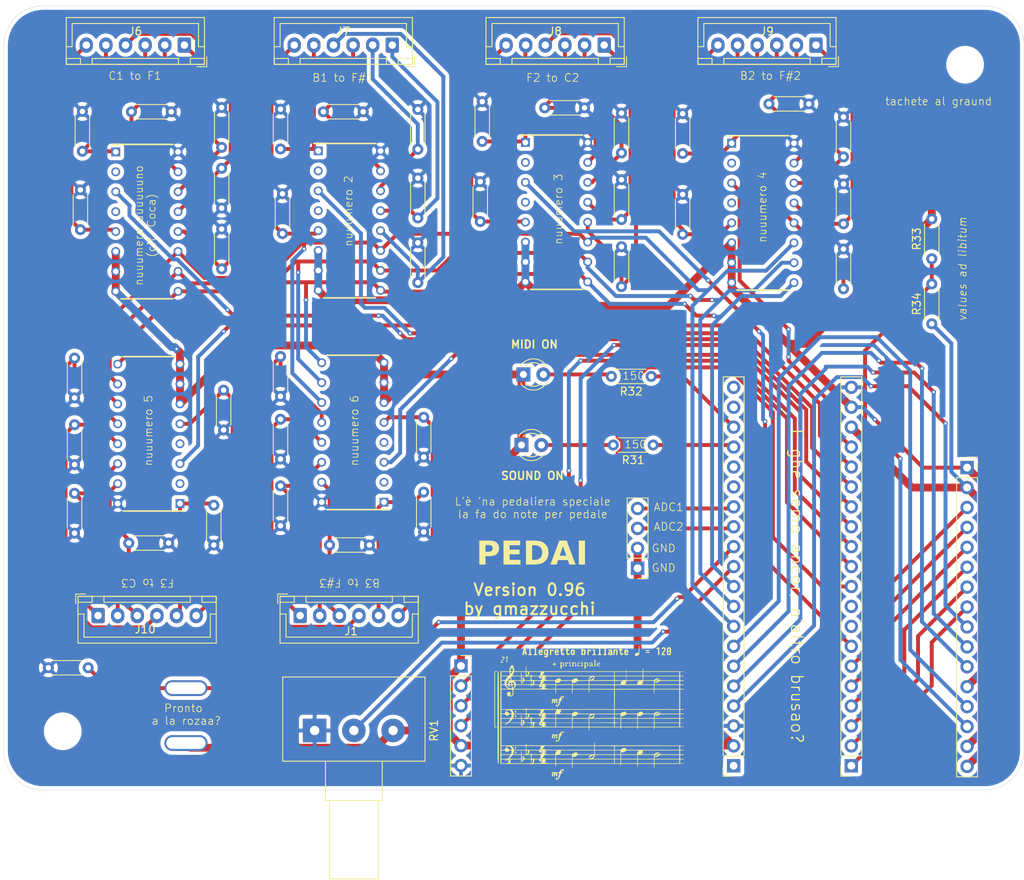
<source format=kicad_pcb>
(kicad_pcb (version 20240108) (generator "pcbnew") (generator_version "8.0")
  (layers (0 "F.Cu" signal) (31 "B.Cu" signal) (34 "B.Paste" user) (35 "F.Paste" user) (36 "B.SilkS" user "B.Silkscreen") (37 "F.SilkS" user "F.Silkscreen") (38 "B.Mask" user) (39 "F.Mask" user) (44 "Edge.Cuts" user))
  (net 0 "")
  (net 1 "/I2S_WS")
  (net 2 "+3.3V")
  (net 3 "/I2S_CLK")
  (net 4 "GND")
  (net 5 "/I2S_SD")
  (net 6 "Net-(J5-Pin_14)")
  (net 7 "/LCD_D4")
  (net 8 "+5V")
  (net 9 "/LCD_ENABLE")
  (net 10 "/LCD_D7")
  (net 11 "/LCD_D6")
  (net 12 "/LCD_RS")
  (net 13 "/LCD_D2")
  (net 14 "/LCD_D0")
  (net 15 "/LCD_D5")
  (net 16 "/LCD_D1")
  (net 17 "/LCD_D3")
  (net 18 "/key_inputs/NOTE_D1")
  (net 19 "/key_inputs/NOTE_F1")
  (net 20 "/key_inputs/NOTE_C1")
  (net 21 "/key_inputs/NOTE_E1")
  (net 22 "/key_inputs/NOTE_Eb1")
  (net 23 "/key_inputs/NOTE_C#1")
  (net 24 "/key_inputs/NOTE_A1")
  (net 25 "/key_inputs/NOTE_B1")
  (net 26 "/key_inputs/NOTE_F#1")
  (net 27 "/key_inputs/NOTE_G#1")
  (net 28 "/key_inputs/NOTE_Bb1")
  (net 29 "/key_inputs/NOTE_G1")
  (net 30 "/key_inputs/NOTE_E2")
  (net 31 "/key_inputs/NOTE_C#2")
  (net 32 "/key_inputs/NOTE_F2")
  (net 33 "/key_inputs/NOTE_D2")
  (net 34 "/key_inputs/NOTE_Eb2")
  (net 35 "/key_inputs/NOTE_C2")
  (net 36 "/key_inputs/NOTE_A2")
  (net 37 "/key_inputs/NOTE_B2")
  (net 38 "/key_inputs/NOTE_Bb2")
  (net 39 "/key_inputs/NOTE_F#2")
  (net 40 "/key_inputs/NOTE_G#2")
  (net 41 "/key_inputs/NOTE_G2")
  (net 42 "/key_inputs/NOTE_C3")
  (net 43 "/key_inputs/NOTE_C#3")
  (net 44 "/key_inputs/NOTE_D3")
  (net 45 "/key_inputs/NOTE_F3")
  (net 46 "/key_inputs/NOTE_Eb3")
  (net 47 "/key_inputs/NOTE_E3")
  (net 48 "/MUX_C0")
  (net 49 "/MUX_C1")
  (net 50 "/MUX_C2")
  (net 51 "/SPARE_ADC_2")
  (net 52 "/SOUND_ON")
  (net 53 "/VOLUME_CONTROL")
  (net 54 "/SPARE_ADC_1")
  (net 56 "Net-(D1-A)")
  (net 57 "Net-(D2-A)")
  (net 64 "/MUX1_DATA")
  (net 68 "/MUX2_DATA")
  (net 71 "/MUX3_DATA")
  (net 72 "/MUX4_DATA")
  (net 77 "/MUX5_DATA")
  (net 78 "/key_inputs/NOTE_A3")
  (net 80 "/key_inputs/NOTE_G3")
  (net 81 "/key_inputs/NOTE_G#3")
  (net 82 "/key_inputs/NOTE_B3")
  (net 84 "/MUX6_DATA")
  (net 85 "/key_inputs/NOTE_F#3")
  (net 86 "/key_inputs/NOTE_Bb3")
  (net 87 "/LED_MIDI")
  (net 88 "/LED_SOUND")
  (footprint "Resistor_THT:R_Axial_DIN0204_L3.6mm_D1.6mm_P5.08mm_Horizontal" (layer "F.Cu") (at 110.25 99.79 90)
    (property "Reference" "R38" (hide yes))
    (property "Value" "1k")
  )
  (footprint "Resistor_THT:R_Axial_DIN0204_L3.6mm_D1.6mm_P5.08mm_Horizontal" (layer "F.Cu") (at 110.5 73.96 -90)
    (property "Reference" "R12" (hide yes))
    (property "Value" "1k")
  )
  (footprint "Resistor_THT:R_Axial_DIN0204_L3.6mm_D1.6mm_P5.08mm_Horizontal" (layer "F.Cu") (at 153.71 63.67 -90)
    (property "Reference" "R14" (hide yes))
    (property "Value" "1k")
  )
  (footprint "Resistor_THT:R_Axial_DIN0204_L3.6mm_D1.6mm_P5.08mm_Horizontal" (layer "F.Cu") (at 153.71 72.17 -90)
    (property "Reference" "R13" (hide yes))
    (property "Value" "1k")
  )
  (footprint "Resistor_THT:R_Axial_DIN0204_L3.6mm_D1.6mm_P5.08mm_Horizontal" (layer "F.Cu") (at 127.75 80.21 -90)
    (property "Reference" "R10" (hide yes))
    (property "Value" "1k")
  )
  (footprint "Resistor_THT:R_Axial_DIN0204_L3.6mm_D1.6mm_P5.08mm_Horizontal" (layer "F.Cu") (at 161.5 63.75 -90)
    (property "Reference" "R23" (hide yes))
    (property "Value" "1k")
  )
  (footprint "Potentiometer_THT:Potentiometer_Alps_RK163_Single_Horizontal" (layer "F.Cu") (at 114.6 142.4 90)
    (property "Reference" "RV1")
    (property "Value" "R_Potentiometer")
  )
  (footprint "Resistor_THT:R_Axial_DIN0204_L3.6mm_D1.6mm_P5.08mm_Horizontal" (layer "F.Cu") (at 80.66 134.4)
    (property "Reference" "R41" (hide yes))
    (property "Value" "1k")
  )
  (footprint "Resistor_THT:R_Axial_DIN0204_L3.6mm_D1.6mm_P5.08mm_Horizontal" (layer "F.Cu") (at 149 63 180)
    (property "Reference" "R15" (hide yes))
    (property "Value" "1k")
  )
  (footprint "Resistor_THT:R_Axial_DIN0204_L3.6mm_D1.6mm_P5.08mm_Horizontal" (layer "F.Cu") (at 161.5 74.04 -90)
    (property "Reference" "R24" (hide yes))
    (property "Value" "1k")
  )
  (footprint "Library:CD4051BE" (layer "F.Cu") (at 119.03 77.39)
    (property "Reference" "IC2" (hide yes))
    (property "Value" "CD4051BE" (hide yes))
  )
  (footprint "Resistor_THT:R_Axial_DIN0204_L3.6mm_D1.6mm_P5.08mm_Horizontal" (layer "F.Cu") (at 120.79 63.5 180)
    (property "Reference" "R9" (hide yes))
    (property "Value" "1k")
  )
  (footprint "Resistor_THT:R_Axial_DIN0204_L3.6mm_D1.6mm_P5.08mm_Horizontal" (layer "F.Cu") (at 110.25 107.79 90)
    (property "Reference" "R35" (hide yes))
    (property "Value" "1k")
  )
  (footprint "Resistor_THT:R_Axial_DIN0204_L3.6mm_D1.6mm_P5.08mm_Horizontal" (layer "F.Cu") (at 102.75 78.46 -90)
    (property "Reference" "R4" (hide yes))
    (property "Value" "1k")
  )
  (footprint "Resistor_THT:R_Axial_DIN0204_L3.6mm_D1.6mm_P5.08mm_Horizontal" (layer "F.Cu") (at 127.75 63.21 -90)
    (property "Reference" "R8" (hide yes))
    (property "Value" "1k")
  )
  (footprint "Connector_JST:JST_XH_B6B-XH-A_1x06_P2.50mm_Vertical" (layer "F.Cu") (at 87 127.75)
    (property "Reference" "J10")
    (property "Value" "Conn_01x06")
  )
  (footprint "LED_THT:LED_D3.0mm" (layer "F.Cu") (at 141.21 97)
    (property "Reference" "D2" (hide yes))
    (property "Value" "LED")
  )
  (footprint "Resistor_THT:R_Axial_DIN0204_L3.6mm_D1.6mm_P5.08mm_Horizontal" (layer "F.Cu") (at 127.75 71.96 -90)
    (property "Reference" "R7" (hide yes))
    (property "Value" "1k")
  )
  (footprint "Resistor_THT:R_Axial_DIN0204_L3.6mm_D1.6mm_P5.08mm_Horizontal" (layer "F.Cu") (at 128.5 117.08 90)
    (property "Reference" "R39" (hide yes))
    (property "Value" "1k")
  )
  (footprint "Library:CD4051BE" (layer "F.Cu") (at 171.72 76.4)
    (property "Reference" "IC4" (hide yes))
    (property "Value" "CD4051BE" (hide yes))
  )
  (footprint "Resistor_THT:R_Axial_DIN0204_L3.6mm_D1.6mm_P5.08mm_Horizontal" (layer "F.Cu") (at 128.5 107.54 90)
    (property "Reference" "R40" (hide yes))
    (property "Value" "1k")
  )
  (footprint "Resistor_THT:R_Axial_DIN0204_L3.6mm_D1.6mm_P5.08mm_Horizontal" (layer "F.Cu") (at 102.75 75.79 90)
    (property "Reference" "R1" (hide yes))
    (property "Value" "1k")
  )
  (footprint "MountingHole:MountingHole_4.3mm_M4" (layer "F.Cu") (at 82.5 142.5)
    (property "Reference" "H1" (hide yes))
    (property "Value" "MountingHole" (hide yes))
  )
  (footprint "Library:KCD1-101" (layer "F.Cu") (at 91.2 144 90)
    (property "Reference" "SW1" (hide yes))
    (property "Value" "SW_DIP_x01")
  )
  (footprint "Resistor_THT:R_Axial_DIN0204_L3.6mm_D1.6mm_P5.08mm_Horizontal" (layer "F.Cu") (at 110.25 116.29 90)
    (property "Reference" "R36" (hide yes))
    (property "Value" "1k")
  )
  (footprint "LED_THT:LED_D3.0mm" (layer "F.Cu") (at 140.96 106)
    (property "Reference" "D1" (hide yes))
    (property "Value" "LED")
  )
  (footprint "Connector_JST:JST_XH_B6B-XH-A_1x06_P2.50mm_Vertical" (layer "F.Cu") (at 151.5 55 180)
    (property "Reference" "J8")
    (property "Value" "Conn_01x06")
  )
  (footprint "Resistor_THT:R_Axial_DIN0204_L3.6mm_D1.6mm_P5.08mm_Horizontal" (layer "F.Cu") (at 182 64.17 -90)
    (property "Reference" "R20" (hide yes))
    (property "Value" "1k")
  )
  (footprint "Resistor_THT:R_Axial_DIN0204_L3.6mm_D1.6mm_P5.08mm_Horizontal" (layer "F.Cu") (at 153.71 80.71 -90)
    (property "Reference" "R16" (hide yes))
    (property "Value" "1k")
  )
  (footprint "Resistor_THT:R_Axial_DIN0204_L3.6mm_D1.6mm_P5.08mm_Horizontal" (layer "F.Cu") (at 95.99 118.5 180)
    (property "Reference" "R27" (hide yes))
    (property "Value" "1k")
  )
  (footprint "Resistor_THT:R_Axial_DIN0204_L3.6mm_D1.6mm_P5.08mm_Horizontal" (layer "F.Cu") (at 135.71 72.42 -90)
    (property "Reference" "R18" (hide yes))
    (property "Value" "1k")
  )
  (footprint "MountingHole:MountingHole_4.3mm_M4" (layer "F.Cu") (at 197.5 57.5)
    (property "Reference" "H2" (hide yes))
    (property "Value" "MountingHole" (hide yes))
  )
  (footprint "Resistor_THT:R_Axial_DIN0204_L3.6mm_D1.6mm_P5.08mm_Horizontal" (layer "F.Cu") (at 103 104.08 90)
    (property "Reference" "R30" (hide yes))
    (property "Value" "1k")
  )
  (footprint "Library:CD4051BE" (layer "F.Cu") (at 145.43 76.31)
    (property "Reference" "IC3" (hide yes))
    (property "Value" "CD4051BE" (hide yes))
  )
  (footprint "Resistor_THT:R_Axial_DIN0204_L3.6mm_D1.6mm_P5.08mm_Horizontal" (layer "F.Cu") (at 84 99.99 90)
    (property "Reference" "R28" (hide yes))
    (property "Value" "1k")
  )
  (footprint "Connector_PinHeader_2.54mm:PinHeader_1x04_P2.54mm_Vertical" (layer "F.Cu") (at 155.76 121.71 180)
    (property "Reference" "J15" (hide yes))
    (property "Value" "Spare_ADC")
  )
  (footprint "Resistor_THT:R_Axial_DIN0204_L3.6mm_D1.6mm_P5.08mm_Horizontal" (layer "F.Cu") (at 182 72.71 -90)
    (property "Reference" "R19" (hide yes))
    (property "Value" "1k")
  )
  (footprint "Resistor_THT:R_Axial_DIN0204_L3.6mm_D1.6mm_P5.08mm_Horizontal" (layer "F.Cu") (at 84 108.49 90)
    (property "Reference" "R25" (hide yes))
    (property "Value" "1k")
  )
  (footprint "Resistor_THT:R_Axial_DIN0204_L3.6mm_D1.6mm_P5.08mm_Horizontal" (layer "F.Cu") (at 96.33 63.5 180)
    (property "Reference" "R3" (hide yes))
    (property "Value" "1k")
  )
  (footprint "Resistor_THT:R_Axial_DIN0204_L3.6mm_D1.6mm_P5.08mm_Horizontal" (layer "F.Cu") (at 157.49 97.25 180)
    (property "Reference" "R32")
    (property "Value" "150")
  )
  (footprint "Resistor_THT:R_Axial_DIN0204_L3.6mm_D1.6mm_P5.08mm_Horizontal" (layer "F.Cu") (at 101.75 118.75 90)
    (property "Reference" "R29" (hide yes))
    (property "Value" "1k")
  )
  (footprint "Resistor_THT:R_Axial_DIN0204_L3.6mm_D1.6mm_P5.08mm_Horizontal" (layer "F.Cu") (at 121.58 118.75 180)
    (property "Reference" "R37" (hide yes))
    (property "Value" "1k")
  )
  (footprint "Resistor_THT:R_Axial_DIN0204_L3.6mm_D1.6mm_P5.08mm_Horizontal" (layer "F.Cu") (at 177.58 62.5 180)
    (property "Reference" "R21" (hide yes))
    (property "Value" "1k")
  )
  (footprint "Resistor_THT:R_Axial_DIN0204_L3.6mm_D1.6mm_P5.08mm_Horizontal" (layer "F.Cu") (at 102.75 62.96 -90)
    (property "Reference" "R2" (hide yes))
    (property "Value" "1k")
  )
  (footprint "Connector_PinSocket_2.54mm:PinSocket_1x16_P2.54mm_Vertical" (layer "F.Cu") (at 197.75 108.88)
    (property "Reference" "J5" (hide yes))
    (property "Value" "LCD1602a")
  )
  (footprint "Connector_JST:JST_XH_B6B-XH-A_1x06_P2.50mm_Vertical" (layer "F.Cu") (at 112.75 127.75)
    (property "Reference" "J1")
    (property "Value" "Conn_01x06")
  )
  (footprint "Connector_PinSocket_2.54mm:PinSocket_1x06_P2.54mm_Vertical" (layer "F.Cu") (at 133.25 134.17)
    (property "Reference" "J3" (hide yes))
    (property "Value" "I2S_module")
  )
  (footprint "Resistor_THT:R_Axial_DIN0204_L3.6mm_D1.6mm_P5.08mm_Horizontal" (layer "F.Cu") (at 193.25 82.25 90)
    (property "Reference" "R33")
    (property "Value" "R")
  )
  (footprint "Connector_JST:JST_XH_B6B-XH-A_1x06_P2.50mm_Vertical" (layer "F.Cu") (at 178.5 55 180)
    (property "Reference" "J9")
    (property "Value" "Conn_01x06")
  )
  (footprint "Resistor_THT:R_Axial_DIN0204_L3.6mm_D1.6mm_P5.08mm_Horizontal" (layer "F.Cu") (at 85 63.46 -90)
    (property "Reference" "R5" (hide yes))
    (property "Value" "1k")
  )
  (footprint "Library:CD4051BE" (layer "F.Cu") (at 93.22 77.51)
    (property "Reference" "IC1" (hide yes))
    (property "Value" "CD4051BE" (hide yes))
  )
  (footprint "Resistor_THT:R_Axial_DIN0204_L3.6mm_D1.6mm_P5.08mm_Horizontal" (layer "F.Cu") (at 110.25 63.17 -90)
    (property "Reference" "R11" (hide yes))
    (property "Value" "1k")
  )
  (footprint "Connector_JST:JST_XH_B6B-XH-A_1x06_P2.50mm_Vertical" (layer "F.Cu") (at 124.5 55 180)
    (property "Reference" "J7")
    (property "Value" "Conn_01x06")
  )
  (footprint "Resistor_THT:R_Axial_DIN0204_L3.6mm_D1.6mm_P5.08mm_Horizontal" (layer "F.Cu") (at 182 81 -90)
    (property "Reference" "R22" (hide yes))
    (property "Value" "1k")
  )
  (footprint "Connector_PinSocket_2.54mm:PinSocket_1x20_P2.54mm_Vertical" (layer "F.Cu") (at 168 146.9 180)
    (property "Reference" "J17" (hide yes))
    (property "Value" "right_connector_blackpill")
  )
  (footprint "Library:CD4051BE" (layer "F.Cu") (at 119.47 104.39 180)
    (property "Reference" "IC6" (hide yes))
    (property "Value" "CD4051BE" (hide yes))
  )
  (footprint "Connector_JST:JST_XH_B6B-XH-A_1x06_P2.50mm_Vertical" (layer "F.Cu") (at 98 55 180)
    (property "Reference" "J6")
    (property "Value" "Conn_01x06")
  )
  (footprint "Resistor_THT:R_Axial_DIN0204_L3.6mm_D1.6mm_P5.08mm_Horizontal" (layer "F.Cu") (at 193.25 90.54 90)
    (property "Reference" "R34")
    (property "Value" "R")
  )
  (footprint "Library:CD4051BE" (layer "F.Cu") (at 93.47 104.57 180)
    (property "Reference" "IC5" (hide yes))
    (property "Value" "CD4051BE" (hide yes))
  )
  (footprint "image:logo" (layer "F.Cu") (at 149 140)
    (property "Reference" "G***" (hide yes))
    (property "Value" "LOGO" (hide yes))
  )
  (footprint "Resistor_THT:R_Axial_DIN0204_L3.6mm_D1.6mm_P5.08mm_Horizontal" (layer "F.Cu") (at 135.96 62.21 -90)
    (property "Reference" "R17" (hide yes))
    (property "Value" "1k")
  )
  (footprint "Resistor_THT:R_Axial_DIN0204_L3.6mm_D1.6mm_P5.08mm_Horizontal" (layer "F.Cu") (at 84.75 73.46 -90)
    (property "Reference" "R6" (hide yes))
    (property "Value" "1k")
  )
  (footprint "Connector_PinSocket_2.54mm:PinSocket_1x20_P2.54mm_Vertical" (layer "F.Cu") (at 183 146.9 180)
    (property "Reference" "J16" (hide yes))
    (property "Value" "left_connector_blackpill")
  )
  (footprint "Resistor_THT:R_Axial_DIN0204_L3.6mm_D1.6mm_P5.08mm_Horizontal" (layer "F.Cu") (at 84 117.24 90)
    (property "Reference" "R26" (hide yes))
    (property "Value" "1k")
  )
  (footprint "Resistor_THT:R_Axial_DIN0204_L3.6mm_D1.6mm_P5.08mm_Horizontal" (layer "F.Cu") (at 157.74 106 180)
    (property "Reference" "R31")
    (property "Value" "150")
  )
  (gr_arc (start 200 50) (mid 203.535534 51.464466) (end 205 55) (stroke (width 0.05)) (layer "Edge.Cuts"))
  (gr_arc (start 205 145) (mid 203.535534 148.535534) (end 200 150) (stroke (width 0.05)) (layer "Edge.Cuts"))
  (gr_line (start 75 145) (end 75 55) (stroke (width 0.05)) (layer "Edge.Cuts"))
  (gr_line (start 200 150) (end 80 150) (stroke (width 0.05)) (layer "Edge.Cuts"))
  (gr_arc (start 80 150) (mid 76.464466 148.535534) (end 75 145) (stroke (width 0.05)) (layer "Edge.Cuts"))
  (gr_line (start 80 50) (end 200 50) (stroke (width 0.05)) (layer "Edge.Cuts"))
  (gr_arc (start 75 55) (mid 76.464466 51.464466) (end 80 50) (stroke (width 0.05)) (layer "Edge.Cuts"))
  (gr_line (start 205 55) (end 205 145) (stroke (width 0.05)) (layer "Edge.Cuts"))
  (gr_text "values ad libitum" (at 197.75 90.25 90) (layer "F.SilkS") (effects (font (size 1 1) (thickness 0.1) (italic yes)) (justify left bottom)))
  (gr_text "ADC1" (at 157.75 114.5 0) (layer "F.SilkS") (effects (font (size 1 1) (thickness 0.1)) (justify left bottom)))
  (gr_text "GND" (at 157.5 122.25 0) (layer "F.SilkS") (effects (font (size 1 1) (thickness 0.1)) (justify left bottom)))
  (gr_text "nuuumero 6" (at 120.25 108.75 90) (layer "F.SilkS") (effects (font (size 1 1) (thickness 0.1)) (justify left bottom)))
  (gr_text "B1 to F#1" (at 114.25 59.75 0) (layer "F.SilkS") (effects (font (size 1 1) (thickness 0.1)) (justify left bottom)))
  (gr_text "Version 0.96\nby gmazzucchi" (at 142 127.75 0) (layer "F.SilkS") (effects (font (size 1.5 1.5) (thickness 0.25) (bold yes)) (justify bottom)))
  (gr_text "ADC2" (at 157.75 117 0) (layer "F.SilkS") (effects (font (size 1 1) (thickness 0.1)) (justify left bottom)))
  (gr_text "F3 to C3" (at 96.75 123 180) (layer "F.SilkS") (effects (font (size 1 1) (thickness 0.1)) (justify left bottom)))
  (gr_text "SOUND ON" (at 138.25 110.5 0) (layer "F.SilkS") (effects (font (size 1 1) (thickness 0.2) (bold yes)) (justify left bottom)))
  (gr_text "nuuumero 3" (at 146.25 80.5 90) (layer "F.SilkS") (effects (font (size 1 1) (thickness 0.1)) (justify left bottom)))
  (gr_text "L'è 'na pedaliera speciale\nla fa do note per pedale" (at 142.4 115.4 0) (layer "F.SilkS") (effects (font (size 1 1) (thickness 0.1)) (justify bottom)))
  (gr_text "MIDI ON" (at 139.5 93.75 0) (layer "F.SilkS") (effects (font (size 1 1) (thickness 0.2) (bold yes)) (justify left bottom)))
  (gr_text "nuuumero 4" (at 172.25 80.25 90) (layer "F.SilkS") (effects (font (size 1 1) (thickness 0.1)) (justify left bottom)))
  (gr_text "B2 to F#2" (at 168.75 59.5 0) (layer "F.SilkS") (effects (font (size 1 1) (thickness 0.1)) (justify left bottom)))
  (gr_text "nuuumero 5" (at 94 108.75 90) (layer "F.SilkS") (effects (font (size 1 1) (thickness 0.1)) (justify left bottom)))
  (gr_text "nuuumero uuuuuuno\n(cit. Coca)" (at 94.4 78 90) (layer "F.SilkS") (effects (font (size 1 1) (thickness 0.1)) (justify bottom)))
  (gr_text "F2 to C2" (at 141.5 59.75 0) (layer "F.SilkS") (effects (font (size 1 1) (thickness 0.1)) (justify left bottom)))
  (gr_text "PEDAI" (at 135.2 121.75 0) (layer "F.SilkS") (effects (font (size 3 3) (thickness 0.4) (bold yes)) (justify left bottom)))
  (gr_text "nuuumero 2" (at 119.5 80.75 90) (layer "F.SilkS") (effects (font (size 1 1) (thickness 0.1)) (justify left bottom)))
  (gr_text "E ghe semo ancor, n'altro brusao?" (at 175.2 103.8 270) (layer "F.SilkS") (effects (font (size 1.5 1.5)) (justify left bottom)))
  (gr_text "C1 to F1" (at 88.25 59.5 0) (layer "F.SilkS") (effects (font (size 1 1) (thickness 0.1)) (justify left bottom)))
  (gr_text "150" (at 154 106.5 0) (layer "F.SilkS") (effects (font (size 1 1) (thickness 0.1)) (justify left bottom)))
  (gr_text "tachete al graund" (at 187.25 62.75 0) (layer "F.SilkS") (effects (font (size 1 1) (thickness 0.1)) (justify left bottom)))
  (gr_text "B3 to F#3" (at 123 123 180) (layer "F.SilkS") (effects (font (size 1 1) (thickness 0.1)) (justify left bottom)))
  (gr_text "150" (at 153.75 97.75 0) (layer "F.SilkS") (effects (font (size 1 1) (thickness 0.1)) (justify left bottom)))
  (gr_text "GND" (at 157.5 119.75 0) (layer "F.SilkS") (effects (font (size 1 1) (thickness 0.1)) (justify left bottom)))
  (gr_text "Pronto \na la rozaa?" (at 98.25 141.75 0) (layer "F.SilkS") (effects (font (size 1 1) (thickness 0.1)) (justify bottom)))
  (segment (start 133.25 141.79) (end 153.2 121.84) (width 0.5) (layer "F.Cu") (net 1))
  (segment (start 179.29 124.04) (end 183 124.04) (width 0.5) (layer "F.Cu") (net 1))
  (segment (start 153.2 121.84) (end 153.2 107.086346) (width 0.5) (layer "F.Cu") (net 1))
  (segment (start 173 117.75) (end 179.29 124.04) (width 0.5) (layer "F.Cu") (net 1))
  (segment (start 173 101.801522) (end 173 117.75) (width 0.5) (layer "F.Cu") (net 1))
  (segment (start 153.2 99.913654) (end 157.013654 96.1) (width 0.5) (layer "F.Cu") (net 1))
  (segment (start 153.2 104.913654) (end 153.2 99.913654) (width 0.5) (layer "F.Cu") (net 1))
  (segment (start 153.81 105.523654) (end 153.2 104.913654) (width 0.5) (layer "F.Cu") (net 1))
  (segment (start 153.2 107.086346) (end 153.81 106.476346) (width 0.5) (layer "F.Cu") (net 1))
  (segment (start 157.013654 96.1) (end 167.298478 96.1) (width 0.5) (layer "F.Cu") (net 1))
  (segment (start 167.298478 96.1) (end 173 101.801522) (width 0.5) (layer "F.Cu") (net 1))
  (segment (start 153.81 106.476346) (end 153.81 105.523654) (width 0.5) (layer "F.Cu") (net 1))
  (segment (start 167.438428 95.25) (end 174.8 102.611572) (width 0.5) (layer "F.Cu") (net 3))
  (segment (start 174.8 113.3) (end 183 121.5) (width 0.5) (layer "F.Cu") (net 3))
  (segment (start 147 122.96) (end 147 109.25) (width 0.5) (layer "F.Cu") (net 3))
  (segment (start 148.5 95.25) (end 167.438428 95.25) (width 0.5) (layer "F.Cu") (net 3))
  (segment (start 133.25 136.71) (end 147 122.96) (width 0.5) (layer "F.Cu") (net 3))
  (segment (start 174.8 102.611572) (end 174.8 113.3) (width 0.5) (layer "F.Cu") (net 3))
  (via (at 147 109.25) (size 0.6) (drill 0.3) (layers "F.Cu" "B.Cu") (net 3))
  (via (at 148.5 95.25) (size 0.6) (drill 0.3) (layers "F.Cu" "B.Cu") (net 3))
  (segment (start 147 96.75) (end 148.5 95.25) (width 0.5) (layer "B.Cu") (net 3))
  (segment (start 147 109.25) (end 147 96.75) (width 0.5) (layer "B.Cu") (net 3))
  (segment (start 121.25 93.31) (end 123.44 95.5) (width 1) (layer "F.Cu") (net 4))
  (segment (start 167.75 85.29) (end 167.75 85.93) (width 1) (layer "F.Cu") (net 4))
  (segment (start 89.25 81.32) (end 89.25 83.86) (width 1) (layer "F.Cu") (net 4))
  (segment (start 167.75 82.75) (end 167.75 85.29) (width 1) (layer "F.Cu") (net 4))
  (segment (start 174.91 93.09) (end 183 101.18) (width 1) (layer "F.Cu") (net 4))
  (segment (start 177.33 93.09) (end 193.25 77.17) (width 1) (layer "F.Cu") (net 4))
  (segment (start 123.44 98.04) (end 123.44 95.5) (width 1) (layer "F.Cu") (net 4))
  (segment (start 97.44 95.68) (end 97.44 94.19) (width 1) (layer "F.Cu") (net 4))
  (segment (start 89.25 83.86) (end 89.25 86.4) (width 1) (layer "F.Cu") (net 4))
  (segment (start 155.76 132.12) (end 168 144.36) (width 1) (layer "F.Cu") (net 4))
  (segment (start 132.56 143.64) (end 131.7 142.78) (width 1) (layer "F.Cu") (net 4))
  (segment (start 97.44 94.19) (end 97 93.75) (width 1) (layer "F.Cu") (net 4))
  (segment (start 167.75 85.93) (end 173.785 91.965) (width 1) (layer "F.Cu") (net 4))
  (segment (start 133.25 134.17) (end 133.25 113.71) (width 1) (layer "F.Cu") (net 4))
  (segment (start 159.71 88.25) (end 167.75 80.21) (width 1) (layer "F.Cu") (net 4))
  (segment (start 116.325 87.545) (end 139.115 87.545) (width 1) (layer "F.Cu") (net 4))
  (segment (start 192.13 108.88) (end 197.75 108.88) (width 0.5) (layer "F.Cu") (net 4))
  (segment (start 174.91 93.09) (end 177.33 93.09) (width 1) (layer "F.Cu") (net 4))
  (segment (start 186 102.75) (end 192.13 108.88) (width 0.5) (layer "F.Cu") (net 4))
  (segment (start 133.25 144.33) (end 133.28 144.36) (width 1) (layer "F.Cu") (net 4))
  (segment (start 97.44 98.22) (end 97.44 95.68) (width 1) (layer "F.Cu") (net 4))
  (segment (start 131.32 142.4) (end 132.56 143.64) (width 1) (layer "F.Cu") (net 4))
  (segment (start 133.25 144.33) (end 132.56 143.64) (width 1) (layer "F.Cu") (net 4))
  (segment (start 115.06 86.28) (end 116.325 87.545) (width 1) (layer "F.Cu") (net 4))
  (segment (start 155.76 121.71) (end 155.76 132.12) (width 1) (layer "F.Cu") (net 4))
  (segment (start 139.115 87.545) (end 141.46 85.2) (width 1) (layer "F.Cu") (net 4))
  (segment (start 133.25 144.33) (end 167.97 144.33) (width 1) (layer "F.Cu") (net 4))
  (segment (start 127.02 97) (end 123.44 100.58) (width 1) (layer "F.Cu") (net 4))
  (segment (start 141.46 85.2) (end 144.51 88.25) (width 1) (layer "F.Cu") (net 4))
  (segment (start 122.4 144.6) (end 124.6 142.4) (width 1) (layer "F.Cu") (net 4))
  (segment (start 131.7 135.72) (end 133.25 134.17) (width 1) (layer "F.Cu") (net 4))
  (segment (start 197.75 146.98) (end 201.75 142.98) (width 1) (layer "F.Cu") (net 4))
  (segment (start 140.96 106) (end 140.96 97.25) (width 1) (layer "F.Cu") (net 4))
  (segment (start 141.21 97) (end 127.02 97) (width 1) (layer "F.Cu") (net 4))
  (segment (start 123.44 100.58) (end 123.44 98.04) (width 1) (layer "F.Cu") (net 4))
  (segment (start 193.25 77.17) (end 193.25 73.85) (width 1) (layer "F.Cu") (net 4))
  (segment (start 98.8 144.6) (end 122.4 144.6) (width 1) (layer "F.Cu") (net 4))
  (segment (start 140.96 97.25) (end 141.21 97) (width 1) (layer "F.Cu") (net 4))
  (segment (start 193.25 73.85) (end 193.2 73.8) (width 1) (layer "F.Cu") (net 4))
  (segment (start 124.6 142.4) (end 131.32 142.4) (width 1) (layer "F.Cu") (net 4))
  (segment (start 97.44 100.76) (end 104.89 93.31) (width 1) (layer "F.Cu") (net 4))
  (segment (start 201.75 112.88) (end 197.75 108.88) (width 1) (layer "F.Cu") (net 4))
  (segment (start 173.785 91.965) (end 174.91 93.09) (width 1) (layer "F.Cu") (net 4))
  (segment (start 97.44 100.76) (end 97.44 98.22) (width 1) (layer "F.Cu") (net 4))
  (segment (start 104.89 93.31) (end 121.25 93.31) (width 1) (layer "F.Cu") (net 4))
  (segment (start 201.75 142.98) (end 201.75 112.88) (width 1) (layer "F.Cu") (net 4))
  (segment (start 167.75 80.21) (end 167.75 82.75) (width 1) (layer "F.Cu") (net 4))
  (segment (start 155.76 119.17) (end 155.76 121.71) (width 1) (layer "F.Cu") (net 4))
  (segment (start 144.51 88.25) (end 159.71 88.25) (width 1) (layer "F.Cu") (net 4))
  (segment (start 133.25 113.71) (end 140.96 106) (width 1) (layer "F.Cu") (net 4))
  (segment (start 131.7 142.78) (end 131.7 135.72) (width 1) (layer "F.Cu") (net 4))
  (segment (start 167.97 144.33) (end 168 144.36) (width 1) (layer "F.Cu") (net 4))
  (segment (start 98.2 144) (end 98.8 144.6) (width 1) (layer "F.Cu") (net 4))
  (via (at 186 102.75) (size 0.6) (drill 0.3) (layers "F.Cu" "B.Cu") (net 4))
  (via (at 97 93.75) (size 0.7) (drill 0.3) (layers "F.Cu" "B.Cu") (net 4))
  (segment (start 184.43 101.18) (end 186 102.75) (width 0.5) (layer "B.Cu") (net 4))
  (segment (start 115.06 83.74) (end 115.06 86.28) (width 1) (layer "B.Cu") (net 4))
  (segment (start 115.06 81.2) (end 115.06 83.74) (width 1) (layer "B.Cu") (net 4))
  (segment (start 141.46 80.12) (end 141.46 82.66) (width 1) (layer "B.Cu") (net 4))
  (segment (start 183 101.18) (end 184.43 101.18) (width 0.5) (layer "B.Cu") (net 4))
  (segment (start 96.75 93.5) (end 96.35 93.5) (width 1) (layer "B.Cu") (net 4))
  (segment (start 97 93.75) (end 96.75 93.5) (width 1) (layer "B.Cu") (net 4))
  (segment (start 96.35 93.5) (end 89.25 86.4) (width 1) (layer "B.Cu") (net 4))
  (segment (start 141.46 82.66) (end 141.46 85.2) (width 1) (layer "B.Cu") (net 4))
  (segment (start 133.25 139.25) (end 148.5 124) (width 0.5) (layer "F.Cu") (net 5))
  (segment (start 176.5 109.92) (end 183 116.42) (width 0.5) (layer "F.Cu") (net 5))
  (segment (start 148.5 124) (end 148.5 110.5) (width 0.5) (layer "F.Cu") (net 5))
  (segment (start 152.75 93.25) (end 168 93.25) (width 0.5) (layer "F.Cu") (net 5))
  (segment (start 168 93.25) (end 176.5 101.75) (width 0.5) (layer "F.Cu") (net 5))
  (segment (start 176.5 101.75) (end 176.5 109.92) (width 0.5) (layer "F.Cu") (net 5))
  (via (at 148.5 110.5) (size 0.6) (drill 0.3) (layers "F.Cu" "B.Cu") (net 5))
  (via (at 152.75 93.25) (size 0.6) (drill 0.3) (layers "F.Cu" "B.Cu") (net 5))
  (segment (start 148.5 97.5) (end 148.5 110.5) (width 0.5) (layer "B.Cu") (net 5))
  (segment (start 152.75 93.25) (end 148.5 97.5) (width 0.5) (layer "B.Cu") (net 5))
  (segment (start 184.75 103.25) (end 184.75 93.96) (width 0.5) (layer "F.Cu") (net 6))
  (segment (start 189.25 107.75) (end 184.75 103.25) (width 0.5) (layer "F.Cu") (net 6))
  (segment (start 184.75 93.96) (end 193.25 85.46) (width 0.5) (layer "F.Cu") (net 6))
  (segment (start 193.25 85.46) (end 193.25 82.25) (width 0.5) (layer "F.Cu") (net 6))
  (via (at 189.25 107.75) (size 0.6) (drill 0.3) (layers "F.Cu" "B.Cu") (net 6))
  (segment (start 189.25 133.4) (end 189.25 107.75) (width 0.5) (layer "B.Cu") (net 6))
  (segment (start 197.75 141.9) (end 189.25 133.4) (width 0.5) (layer "B.Cu") (net 6))
  (segment (start 183 141.82) (end 184.3 140.52) (width 0.5) (layer "F.Cu") (net 7))
  (segment (start 189.75 129.5) (end 189.83 129.5) (width 0.5) (layer "F.Cu") (net 7))
  (segment (start 189.75 135) (end 189.75 129.5) (width 0.5) (layer "F.Cu") (net 7))
  (segment (start 189.83 129.5) (end 197.75 121.58) (width 0.5) (layer "F.Cu") (net 7))
  (segment (start 184.3 140.52) (end 184.3 140.45) (width 0.5) (layer "F.Cu") (net 7))
  (segment (start 184.3 140.45) (end 189.75 135) (width 0.5) (layer "F.Cu") (net 7))
  (segment (start 199.75 113.42) (end 199.75 134.82) (width 1) (layer "F.Cu") (net 8))
  (segment (start 199.75 142.44) (end 197.75 144.44) (width 1) (layer "F.Cu") (net 8))
  (segment (start 190.7 111.42) (end 197 111.42) (width 1) (layer "F.Cu") (net 8))
  (segment (start 193.37 90.54) (end 193.25 90.54) (width 0.5) (layer "F.Cu") (net 8))
  (segment (start 197.75 111.42) (end 199.75 113.42) (width 1) (layer "F.Cu") (net 8))
  (segment (start 183 103.72) (end 190.7 111.42) (width 1) (layer "F.Cu") (net 8))
  (segment (start 197 111.42) (end 197.75 111.42) (width 1) (layer "F.Cu") (net 8))
  (segment (start 199.75 134.82) (end 199.3 135.27) (width 1) (layer "F.Cu") (net 8))
  (segment (start 199.3 135.27) (end 197.75 136.82) (width 1) (layer "F.Cu") (net 8))
  (segment (start 199.75 134.82) (end 199.75 142.44) (width 1) (layer "F.Cu") (net 8))
  (segment (start 183.32 104.04) (end 183 103.72) (width 0.5) (layer "F.Cu") (net 8))
  (segment (start 195.75 109.42) (end 197.75 111.42) (width 0.5) (layer "B.Cu") (net 8))
  (segment (start 193.25 90.54) (end 195.75 93.04) (width 0.5) (layer "B.Cu") (net 8))
  (segment (start 195.75 93.04) (end 195.75 109.42) (width 0.5) (layer "B.Cu") (net 8))
  (segment (start 186.75 95.5) (end 191.25 95.5) (width 0.5) (layer "F.Cu") (net 9))
  (segment (start 186.5 95.25) (end 186.75 95.5) (width 0.5) (layer "F.Cu") (net 9))
  (segment (start 191.25 95.5) (end 192 96.25) (width 0.5) (layer "F.Cu") (net 9))
  (via (at 186.5 95.25) (size 0.6) (drill 0.3) (layers "F.Cu" "B.Cu") (net 9))
  (via (at 192 96.25) (size 0.6) (drill 0.3) (layers "F.Cu" "B.Cu") (net 9))
  (segment (start 185.5 94.25) (end 186.5 95.25) (width 0.5) (layer "B.Cu") (net 9))
  (segment (start 175 127.2) (end 175 98.5) (width 0.5) (layer "B.Cu") (net 9))
  (segment (start 192 96.25) (end 192 128.53) (width 0.5) (layer "B.Cu") (net 9))
  (segment (start 175 98.5) (end 179.25 94.25) (width 0.5) (layer "B.Cu") (net 9))
  (segment (start 179.25 94.25) (end 185.5 94.25) (width 0.5) (layer "B.Cu") (net 9))
  (segment (start 168 134.2) (end 175 127.2) (width 0.5) (layer "B.Cu") (net 9))
  (segment (start 192 128.53) (end 197.75 134.28) (width 0.5) (layer "B.Cu") (net 9))
  (segment (start 183 134.2) (end 185.25 131.95) (width 0.5) (layer "F.Cu") (net 10))
  (segment (start 185.25 131.95) (end 185.25 126.46) (width 0.5) (layer "F.Cu") (net 10))
  (segment (start 185.25 126.46) (end 197.75 113.96) (width 0.5) (layer "F.Cu") (net 10))
  (segment (start 186.5 127.75) (end 197.75 116.5) (width 0.5) (layer "F.Cu") (net 11))
  (segment (start 186.5 133.24) (end 186.5 127.75) (width 0.5) (layer "F.Cu") (net 11))
  (segment (start 183 136.74) (end 186.5 133.24) (width 0.5) (layer "F.Cu") (net 11))
  (segment (start 173.75 125.91) (end 173.75 97.5) (width 0.5) (layer "B.Cu") (net 12))
  (segment (start 168 131.66) (end 173.75 125.91) (width 0.5) (layer "B.Cu") (net 12))
  (segment (start 190.5 132.11) (end 197.75 139.36) (width 0.5) (layer "B.Cu") (net 12))
  (segment (start 186.25 92.25) (end 190.5 96.5) (width 0.5) (layer "B.Cu") (net 12))
  (segment (start 190.5 96.5) (end 190.5 132.11) (width 0.5) (layer "B.Cu") (net 12))
  (segment (start 179 92.25) (end 186.25 92.25) (width 0.5) (layer "B.Cu") (net 12))
  (segment (start 173.75 97.5) (end 179 92.25) (width 0.5) (layer "B.Cu") (net 12))
  (segment (start 193.25 136.65) (end 183 146.9) (width 0.5) (layer "F.Cu") (net 13))
  (segment (start 193.25 131.16) (end 193.25 136.65) (width 0.5) (layer "F.Cu") (net 13))
  (segment (start 197.75 126.66) (end 193.25 131.16) (width 0.5) (layer "F.Cu") (net 13))
  (segment (start 191 96.75) (end 193.5 99.25) (width 0.5) (layer "F.Cu") (net 14))
  (segment (start 185.75 96.75) (end 191 96.75) (width 0.5) (layer "F.Cu") (net 14))
  (via (at 185.75 96.75) (size 0.6) (drill 0.3) (layers "F.Cu" "B.Cu") (net 14))
  (via (at 193.5 99.25) (size 0.6) (drill 0.3) (layers "F.Cu" "B.Cu") (net 14))
  (segment (start 179.75 96) (end 185 96) (width 0.5) (layer "B.Cu") (net 14))
  (segment (start 193.5 127.49) (end 197.75 131.74) (width 0.5) (layer "B.Cu") (net 14))
  (segment (start 193.5 99.25) (end 193.5 127.49) (width 0.5) (layer "B.Cu") (net 14))
  (segment (start 176.5 128.24) (end 176.5 99.5) (width 0.5) (layer "B.Cu") (net 14))
  (segment (start 168 136.74) (end 176.5 128.24) (width 0.5) (layer "B.Cu") (net 14))
  (segment (start 185 96) (end 185.75 96.75) (width 0.5) (layer "B.Cu") (net 14))
  (segment (start 179.75 96.25) (end 179.75 96) (width 0.5) (layer "B.Cu") (net 14))
  (segment (start 176.5 99.5) (end 179.75 96.25) (width 0.5) (layer "B.Cu") (net 14))
  (segment (start 183 139.28) (end 187.75 134.53) (width 0.5) (layer "F.Cu") (net 15))
  (segment (start 187.75 129.04) (end 197.75 119.04) (width 0.5) (layer "F.Cu") (net 15))
  (segment (start 187.75 134.53) (end 187.75 129.04) (width 0.5) (layer "F.Cu") (net 15))
  (segment (start 185.5 98.5) (end 190.25 98.5) (width 0.5) (layer "F.Cu") (net 16))
  (segment (start 190.25 98.5) (end 195 103.25) (width 0.5) (layer "F.Cu") (net 16))
  (via (at 185.5 98.5) (size 0.6) (drill 0.3) (layers "F.Cu" "B.Cu") (net 16))
  (via (at 195 103.25) (size 0.6) (drill 0.3) (layers "F.Cu" "B.Cu") (net 16))
  (segment (start 184.34 97.34) (end 185.5 98.5) (width 0.5) (layer "B.Cu") (net 16))
  (segment (start 178.25 100.25) (end 181.16 97.34) (width 0.5) (layer "B.Cu") (net 16))
  (segment (start 181.16 97.34) (end 184.34 97.34) (width 0.5) (layer "B.Cu") (net 16))
  (segment (start 168 139.28) (end 178.25 129.03) (width 0.5) (layer "B.Cu") (net 16))
  (segment (start 195 103.25) (end 195 126.45) (width 0.5) (layer "B.Cu") (net 16))
  (segment (start 178.25 129.03) (end 178.25 100.25) (width 0.5) (layer "B.Cu") (net 16))
  (segment (start 195 126.45) (end 197.75 129.2) (width 0.5) (layer "B.Cu") (net 16))
  (segment (start 191.5 135.86) (end 191.5 130.37) (width 0.5) (layer "F.Cu") (net 17))
  (segment (start 183 144.36) (end 191.5 135.86) (width 0.5) (layer "F.Cu") (net 17))
  (segment (start 191.5 130.37) (end 197.75 124.12) (width 0.5) (layer "F.Cu") (net 17))
  (segment (start 97.19 71.16) (end 91.25 65.22) (width 0.5) (layer "F.Cu") (net 18))
  (segment (start 93 61.75) (end 93 55) (width 0.5) (layer "F.Cu") (net 18))
  (segment (start 91.25 63.5) (end 93 61.75) (width 0.5) (layer "F.Cu") (net 18))
  (segment (start 91.25 65.22) (end 91.25 63.5) (width 0.5) (layer "F.Cu") (net 18))
  (segment (start 84.75 78.54) (end 83.6 77.39) (width 0.5) (layer "F.Cu") (net 19))
  (segment (start 83.6 77.39) (end 83.6 56.9) (width 0.5) (layer "F.Cu") (net 19))
  (segment (start 83.6 56.9) (end 85.5 55) (width 0.5) (layer "F.Cu") (net 19))
  (segment (start 89.01 78.54) (end 89.25 78.78) (width 0.5) (layer "F.Cu") (net 19))
  (segment (start 84.75 78.54) (end 89.01 78.54) (width 0.5) (layer "F.Cu") (net 19))
  (segment (start 97.19 76.24) (end 102.72 70.71) (width 0.5) (layer "F.Cu") (net 20))
  (segment (start 103.9 60.9) (end 98 55) (width 0.5) (layer "F.Cu") (net 20))
  (segment (start 102.75 70.71) (end 103.9 69.56) (width 0.5) (layer "F.Cu") (net 20))
  (segment (start 102.72 70.71) (end 102.75 70.71) (width 0.5) (layer "F.Cu") (net 20))
  (segment (start 103.9 69.56) (end 103.9 60.9) (width 0.5) (layer "F.Cu") (net 20))
  (segment (start 89.17 68.54) (end 89.25 68.62) (width 0.5) (layer "F.Cu") (net 21))
  (segment (start 85 68.54) (end 88 65.54) (width 0.5) (layer "F.Cu") (net 21))
  (segment (start 88 65.54) (end 88 55) (width 0.5) (layer "F.Cu") (net 21))
  (segment (start 85 68.54) (end 89.17 68.54) (width 0.5) (layer "F.Cu") (net 21))
  (segment (start 97.19 78.78) (end 97.99 78.78) (width 0.5) (layer "F.Cu") (net 22))
  (segment (start 91.925 53.575) (end 90.5 55) (width 0.5) (layer "F.Cu") (net 22))
  (segment (start 97.99 78.78) (end 102.75 83.54) (width 0.5) (layer "F.Cu") (net 22))
  (segment (start 104.6 59.278122) (end 98.896878 53.575) (width 0.5) (layer "F.Cu") (net 22))
  (segment (start 98.896878 53.575) (end 91.925 53.575) (width 0.5) (layer "F.Cu") (net 22))
  (segment (start 104.6 81.69) (end 104.6 59.278122) (width 0.5) (layer "F.Cu") (net 22))
  (segment (start 102.75 83.54) (end 104.6 81.69) (width 0.5) (layer "F.Cu") (net 22))
  (segment (start 95.5 60.79) (end 95.5 55) (width 0.5) (layer "F.Cu") (net 23))
  (segment (start 102.75 68.14) (end 102.75 68.04) (width 0.5) (layer "F.Cu") (net 23))
  (segment (start 102.75 68.04) (end 95.5 60.79) (width 0.5) (layer "F.Cu") (net 23))
  (segment (start 97.19 73.7) (end 102.75 68.14) (width 0.5) (layer "F.Cu") (net 23))
  (segment (start 117 55) (end 118.425 53.575) (width 0.5) (layer "B.Cu") (net 24))
  (segment (start 127.75 85.29) (end 127.75 83.41) (width 0.5) (layer "B.Cu") (net 24))
  (segment (start 127.75 83.41) (end 123 78.66) (width 0.5) (layer "B.Cu") (net 24))
  (segment (start 131 59) (end 131 82.04) (width 0.5) (layer "B.Cu") (net 24))
  (segment (start 131 82.04) (end 127.75 85.29) (width 0.5) (layer "B.Cu") (net 24))
  (segment (start 118.425 53.575) (end 125.575 53.575) (width 0.5) (layer "B.Cu") (net 24))
  (segment (start 125.575 53.575) (end 131 59) (width 0.5) (layer "B.Cu") (net 24))
  (segment (start 110.5 79.04) (end 114.68 79.04) (width 0.5) (layer "F.Cu") (net 25))
  (segment (start 110.5 79.04) (end 109.1 77.64) (width 0.5) (layer "F.Cu") (net 25))
  (segment (start 114.68 79.04) (end 115.06 78.66) (width 0.5) (layer "F.Cu") (net 25))
  (segment (start 109.1 57.9) (end 112 55) (width 0.5) (layer "F.Cu") (net 25))
  (segment (start 109.1 77.64) (end 109.1 57.9) (width 0.5) (layer "F.Cu") (net 25))
  (segment (start 126.83 76.12) (end 127.75 77.04) (width 0.5) (layer "F.Cu") (net 26))
  (segment (start 123 76.12) (end 126.83 76.12) (width 0.5) (layer "F.Cu") (net 26))
  (segment (start 130.25 74.54) (end 127.75 77.04) (width 0.5) (layer "B.Cu") (net 26))
  (segment (start 124.5 55) (end 124.5 56.5) (width 0.5) (layer "B.Cu") (net 26))
  (segment (start 130.25 62.25) (end 130.25 74.54) (width 0.5) (layer "B.Cu") (net 26))
  (segment (start 124.5 56.5) (end 130.25 62.25) (width 0.5) (layer "B.Cu") (net 26))
  (segment (start 123 70.79) (end 123 71.04) (width 0.5) (layer "F.Cu") (net 27))
  (segment (start 119.5 55) (end 119.5 59.71) (width 0.5) (layer "F.Cu") (net 27))
  (segment (start 115.71 63.5) (end 123 70.79) (width 0.5) (layer "F.Cu") (net 27))
  (segment (start 119.5 59.71) (end 115.71 63.5) (width 0.5) (layer "F.Cu") (net 27))
  (segment (start 114.5 67.94) (end 114.5 55) (width 0.5) (layer "F.Cu") (net 28))
  (segment (start 114.81 68.25) (end 115.06 68.5) (width 0.5) (layer "F.Cu") (net 28))
  (segment (start 115.06 68.5) (end 114.5 67.94) (width 0.5) (layer "F.Cu") (net 28))
  (segment (start 110.25 68.25) (end 114.81 68.25) (width 0.5) (layer "F.Cu") (net 28))
  (segment (start 123 73.04) (end 123 73.58) (width 0.5) (layer "F.Cu") (net 29))
  (segment (start 127.75 68.29) (end 123 73.04) (width 0.5) (layer "F.Cu") (net 29))
  (segment (start 122 55) (end 122 59.336346) (width 0.5) (layer "B.Cu") (net 29))
  (segment (start 127.75 65.086346) (end 127.75 68.29) (width 0.5) (layer "B.Cu") (net 29))
  (segment (start 122 59.336346) (end 127.75 65.086346) (width 0.5) (layer "B.Cu") (net 29))
  (segment (start 141.46 55.04) (end 141.5 55) (width 0.5) (layer "F.Cu") (net 30))
  (segment (start 141.46 67.42) (end 141.46 55.04) (width 0.5) (layer "F.Cu") (net 30))
  (segment (start 141.33 67.29) (end 141.46 67.42) (width 0.5) (layer "F.Cu") (net 30))
  (segment (start 135.96 67.29) (end 141.33 67.29) (width 0.5) (layer "F.Cu") (net 30))
  (segment (start 153.71 68.75) (end 153.71 65.296346) (width 0.5) (layer "F.Cu") (net 31))
  (segment (start 153.71 65.296346) (end 149 60.586346) (width 0.5) (layer "F.Cu") (net 31))
  (segment (start 149 60.586346) (end 149 55) (width 0.5) (layer "F.Cu") (net 31))
  (segment (start 149.96 72.5) (end 149.4 72.5) (width 0.5) (layer "F.Cu") (net 31))
  (segment (start 153.71 68.75) (end 149.96 72.5) (width 0.5) (layer "F.Cu") (net 31))
  (segment (start 141.38 77.5) (end 141.46 77.58) (width 0.5) (layer "F.Cu") (net 32))
  (segment (start 135.71 77.5) (end 134.56 76.35) (width 0.5) (layer "F.Cu") (net 32))
  (segment (start 134.56 59.44) (end 139 55) (width 0.5) (layer "F.Cu") (net 32))
  (segment (start 135.71 77.5) (end 141.38 77.5) (width 0.5) (layer "F.Cu") (net 32))
  (segment (start 134.56 76.35) (end 134.56 59.44) (width 0.5) (layer "F.Cu") (net 32))
  (segment (start 150.415 66.999573) (end 150.415 68.945) (width 0.5) (layer "F.Cu") (net 33))
  (segment (start 146.415427 63) (end 150.415 66.999573) (width 0.5) (layer "F.Cu") (net 33))
  (segment (start 143.92 63) (end 146.415427 63) (width 0.5) (layer "F.Cu") (net 33))
  (segment (start 143.92 62.83) (end 146.5 60.25) (width 0.5) (layer "F.Cu") (net 33))
  (segment (start 143.92 63) (end 143.92 62.83) (width 0.5) (layer "F.Cu") (net 33))
  (segment (start 146.5 60.25) (end 146.5 55) (width 0.5) (layer "F.Cu") (net 33))
  (segment (start 150.415 68.945) (end 149.4 69.96) (width 0.5) (layer "F.Cu") (net 33))
  (segment (start 152.5 53.5) (end 145.5 53.5) (width 0.5) (layer "F.Cu") (net 34))
  (segment (start 149.4 78.684573) (end 149.4 77.58) (width 0.5) (layer "F.Cu") (net 34))
  (segment (start 145.5 53.5) (end 144 55) (width 0.5) (layer "F.Cu") (net 34))
  (segment (start 153.71 85.79) (end 155.56 83.94) (width 0.5) (layer "F.Cu") (net 34))
  (segment (start 153.71 82.994573) (end 149.4 78.684573) (width 0.5) (layer "F.Cu") (net 34))
  (segment (start 155.56 56.56) (end 152.5 53.5) (width 0.5) (layer "F.Cu") (net 34))
  (segment (start 153.71 85.79) (end 153.71 82.994573) (width 0.5) (layer "F.Cu") (net 34))
  (segment (start 155.56 83.94) (end 155.56 56.56) (width 0.5) (layer "F.Cu") (net 34))
  (segment (start 154.86 58.36) (end 151.5 55) (width 0.5) (layer "F.Cu") (net 35))
  (segment (start 154.86 76.1) (end 154.86 58.36) (width 0.5) (layer "F.Cu") (net 35))
  (segment (start 153.71 77.25) (end 154.86 76.1) (width 0.5) (layer "F.Cu") (net 35))
  (segment (start 151.61 77.25) (end 149.4 75.04) (width 0.5) (layer "F.Cu") (net 35))
  (segment (start 153.71 77.25) (end 151.61 77.25) (width 0.5) (layer "F.Cu") (net 35))
  (segment (start 171 72.98) (end 171 55) (width 0.5) (layer "F.Cu") (net 36))
  (segment (start 175.69 77.67) (end 182 83.98) (width 0.5) (layer "F.Cu") (net 36))
  (segment (start 182 83.98) (end 182 86.08) (width 0.5) (layer "F.Cu") (net 36))
  (segment (start 175.69 77.67) (end 171 72.98) (width 0.5) (layer "F.Cu") (net 36))
  (segment (start 166.3 79.12) (end 167.75 77.67) (width 0.5) (layer "F.Cu") (net 37))
  (segment (start 161.5 78.5) (end 160.35 77.35) (width 0.5) (layer "F.Cu") (net 37))
  (segment (start 161.5 79.12) (end 161.5 78.5) (width 0.5) (layer "F.Cu") (net 37))
  (segment (start 160.35 77.35) (end 160.35 60.65) (width 0.5) (layer "F.Cu") (net 37))
  (segment (start 160.35 60.65) (end 166 55) (width 0.5) (layer "F.Cu") (net 37))
  (segment (start 161.5 79.12) (end 166.3 79.12) (width 0.5) (layer "F.Cu") (net 37))
  (segment (start 161.5 68.83) (end 166.43 68.83) (width 0.5) (layer "F.Cu") (net 38))
  (segment (start 167.75 67.51) (end 167.75 67.25) (width 0.5) (layer "F.Cu") (net 38))
  (segment (start 167.75 67.25) (end 168.5 66.5) (width 0.5) (layer "F.Cu") (net 38))
  (segment (start 166.43 68.83) (end 167.75 67.51) (width 0.5) (layer "F.Cu") (net 38))
  (segment (start 168.5 66.5) (end 168.5 55) (width 0.5) (layer "F.Cu") (net 38))
  (segment (start 178.35 77.79) (end 175.69 75.13) (width 0.5) (layer "F.Cu") (net 39))
  (segment (start 182 77.79) (end 178.35 77.79) (width 0.5) (layer "F.Cu") (net 39))
  (segment (start 183.15 59.65) (end 178.5 55) (width 0.5) (layer "F.Cu") (net 39))
  (segment (start 182 77.79) (end 183.15 76.64) (width 0.5) (layer "F.Cu") (net 39))
  (segment (start 183.15 76.64) (end 183.15 59.65) (width 0.5) (layer "F.Cu") (net 39))
  (segment (start 177.103654 67.103654) (end 172.5 62.5) (width 0.5) (layer "F.Cu") (net 40))
  (segment (start 175.69 70.05) (end 177.103654 68.636346) (width 0.5) (layer "F.Cu") (net 40))
  (segment (start 172.5 62.5) (end 172.5 62.25) (width 0.5) (layer "F.Cu") (net 40))
  (segment (start 172.5 62.25) (end 173.5 61.25) (width 0.5) (layer "F.Cu") (net 40))
  (segment (start 177.103654 68.636346) (end 177.103654 67.103654) (width 0.5) (layer "F.Cu") (net 40))
  (segment (start 173.5 61.25) (end 173.5 55) (width 0.5) (layer "F.Cu") (net 40))
  (segment (start 178.66 72.59) (end 182 69.25) (width 0.5) (layer "F.Cu") (net 41))
  (segment (start 176 63.25) (end 176 55) (width 0.5) (layer "F.Cu") (net 41))
  (segment (start 182 69.25) (end 176 63.25) (width 0.5) (layer "F.Cu") (net 41))
  (segment (start 175.69 72.59) (end 178.66 72.59) (width 0.5) (layer "F.Cu") (net 41))
  (segment (start 82.85 123.6) (end 87 127.75) (width 0.5) (layer "F.Cu") (net 42))
  (segment (start 84 103.41) (end 87.07 103.41) (width 0.5) (layer "F.Cu") (net 42))
  (segment (start 84 103.41) (end 82.85 104.56) (width 0.5) (layer "F.Cu") (net 42))
  (segment (start 87.07 103.41) (end 89.5 105.84) (width 0.5) (layer "F.Cu") (net 42))
  (segment (start 82.85 104.56) (end 82.85 123.6) (width 0.5) (layer "F.Cu") (net 42))
  (segment (start 84 112.16) (end 85.72 112.16) (width 0.5) (layer "F.Cu") (net 43))
  (segment (start 89.5 117.66) (end 89.5 127.75) (width 0.5) (layer "F.Cu") (net 43))
  (segment (start 85.72 112.16) (end 89.5 108.38) (width 0.5) (layer "F.Cu") (net 43))
  (segment (start 84 112.16) (end 89.5 117.66) (width 0.5) (layer "F.Cu") (net 43))
  (segment (start 90.91 126.66) (end 92 127.75) (width 0.5) (layer "F.Cu") (net 44))
  (segment (start 90.91 118.08005) (end 90.91 118.5) (width 0.5) (layer "F.Cu") (net 44))
  (segment (start 90.91 118.5) (end 90.91 126.66) (width 0.5) (layer "F.Cu") (net 44))
  (segment (start 88.485 115.65505) (end 90.91 118.08005) (width 0.5) (layer "F.Cu") (net 44))
  (segment (start 89.5 110.92) (end 88.485 111.935) (width 0.5) (layer "F.Cu") (net 44))
  (segment (start 88.485 111.935) (end 88.485 115.65505) (width 0.5) (layer "F.Cu") (net 44))
  (segment (start 104.15 100.15) (end 104.15 123.1) (width 0.5) (layer "F.Cu") (net 45))
  (segment (start 103 99) (end 98.7 103.3) (width 0.5) (layer "F.Cu") (net 45))
  (segment (start 104.15 123.1) (end 99.5 127.75) (width 0.5) (layer "F.Cu") (net 45))
  (segment (start 98.7 103.3) (end 97.44 103.3) (width 0.5) (layer "F.Cu") (net 45))
  (segment (start 103 99) (end 104.15 100.15) (width 0.5) (layer "F.Cu") (net 45))
  (segment (start 84 94.91) (end 84 97.8) (width 0.5) (layer "F.Cu") (net 46))
  (segment (start 84 94.91) (end 84.41 94.91) (width 0.2) (layer "F.Cu") (net 46))
  (segment (start 82.15 125.221878) (end 86.178122 129.25) (width 0.5) (layer "F.Cu") (net 46))
  (segment (start 86.178122 129.25) (end 93 129.25) (width 0.5) (layer "F.Cu") (net 46))
  (segment (start 82.15 96.76) (end 82.15 118.25) (width 0.5) (layer "F.Cu") (net 46))
  (segment (start 93 129.25) (end 94.5 127.75) (width 0.5) (layer "F.Cu") (net 46))
  (segment (start 84 97.8) (end 89.5 103.3) (width 0.5) (layer "F.Cu") (net 46))
  (segment (start 82.15 118.25) (end 82.15 125.221878) (width 0.5) (layer "F.Cu") (net 46))
  (segment (start 84 94.91) (end 82.15 96.76) (width 0.5) (layer "F.Cu") (net 46))
  (segment (start 97.343478 127.75) (end 97 127.75) (width 0.5) (layer "F.Cu") (net 47))
  (segment (start 101.54 113.46) (end 101.75 113.67) (width 0.5) (layer "F.Cu") (net 47))
  (segment (start 97.44 113.46) (end 101.54 113.46) (width 0.5) (layer "F.Cu") (net 47))
  (segment (start 97.44 113.46) (end 97.44 127.653478) (width 0.5) (layer "F.Cu") (net 47))
  (segment (start 97.44 127.653478) (end 97.343478 127.75) (width 0.5) (layer "F.Cu") (net 47))
  (segment (start 149.4 80.12) (end 148.34 79.06) (width 0.5) (layer "F.Cu") (net 48))
  (segment (start 121.985 80.185) (end 113.065 80.185) (width 0.5) (layer "F.Cu") (net 48))
  (segment (start 113.065 80.185) (end 108.56 84.69) (width 0.5) (layer "F.Cu") (net 48))
  (segment (start 89.5 100.76) (end 87.785 99.045) (width 0.5) (layer "F.Cu") (net 48))
  (segment (start 87.785 99.045) (end 87.785 90.725) (width 0.5) (layer "F.Cu") (net 48))
  (segment (start 123 81.2) (end 121.985 80.185) (width 0.5) (layer "F.Cu") (net 48))
  (segment (start 148.34 79.06) (end 125.14 79.06) (width 0.5) (layer "F.Cu") (net 48))
  (segment (start 108.56 84.69) (end 100.56 84.69) (width 0.5) (layer "F.Cu") (net 48))
  (segment (start 113.25 81) (end 113.25 80.37) (width 0.5) (layer "F.Cu") (net 48))
  (segment (start 125.14 79.06) (end 123 81.2) (width 0.5) (layer "F.Cu") (net 48))
  (segment (start 100.56 84.69) (end 97.19 81.32) (width 0.5) (layer "F.Cu") (net 48))
  (segment (start 113.25 80.37) (end 113.065 80.185) (width 0.5) (layer "F.Cu") (net 48))
  (segment (start 87.785 90.725) (end 97.19 81.32) (width 0.5) (layer "F.Cu") (net 48))
  (via (at 113.25 81) (size 0.6) (drill 0.3) (layers "F.Cu" "B.Cu") (net 48))
  (segment (start 111.75 96.83) (end 111.75 82.5) (width 0.5) (layer "B.Cu") (net 48))
  (segment (start 162.75 88.25) (end 164.75 86.25) (width 0.5) (layer "B.Cu") (net 48))
  (segment (start 156.81 79.56) (end 149.96 79.56) (width 0.5) (layer "B.Cu") (net 48))
  (segment (start 167.235 83.765) (end 172.135 83.765) (width 0.5) (layer "B.Cu") (net 48))
  (segment (start 172.135 83.765) (end 175.69 80.21) (width 0.5) (layer "B.Cu") (net 48))
  (segment (start 162.75 123.87) (end 162.75 88.25) (width 0.5) (layer "B.Cu") (net 48))
  (segment (start 149.96 79.56) (end 149.4 80.12) (width 0.5) (layer "B.Cu") (net 48))
  (segment (start 164.75 86.25) (end 167.235 83.765) (width 0.5) (layer "B.Cu") (net 48))
  (segment (start 111.75 82.5) (end 113.25 81) (width 0.5) (layer "B.Cu") (net 48))
  (segment (start 115.5 100.58) (end 111.75 96.83) (width 0.5) (layer "B.Cu") (net 48))
  (segment (start 164.75 86.25) (end 163.5 86.25) (width 0.5) (layer "B.Cu") (net 48))
  (segment (start 163.5 86.25) (end 156.81 79.56) (width 0.5) (layer "B.Cu") (net 48))
  (segment (start 168 129.12) (end 162.75 123.87) (width 0.5) (layer "B.Cu") (net 48))
  (segment (start 89.5 98.22) (end 88.485 97.205) (width 0.5) (layer "F.Cu") (net 49))
  (segment (start 149.4 82.66) (end 148.24 81.5) (width 0.5) (layer "F.Cu") (net 49))
  (segment (start 123 83.74) (end 121.854975 82.594975) (width 0.5) (layer "F.Cu") (net 49))
  (segment (start 88.485 97.205) (end 88.485 92.565) (width 0.5) (layer "F.Cu") (net 49))
  (segment (start 109.36 85.39) (end 98.72 85.39) (width 0.5) (layer "F.Cu") (net 49))
  (segment (start 130.26 83.74) (end 123 83.74) (width 0.5) (layer "F.Cu") (net 49))
  (segment (start 163 87.5) (end 162.5 87) (width 0.5) (layer "F.Cu") (net 49))
  (segment (start 112.5 82.594975) (end 112.155025 82.594975) (width 0.5) (layer "F.Cu") (net 49))
  (segment (start 121.854975 82.594975) (end 112.5 82.594975) (width 0.5) (layer "F.Cu") (net 49))
  (segment (start 148.24 81.5) (end 132.5 81.5) (width 0.5) (layer "F.Cu") (net 49))
  (segment (start 112.5 84) (end 112.5 82.594975) (width 0.5) (layer "F.Cu") (net 49))
  (segment (start 132.5 81.5) (end 130.26 83.74) (width 0.5) (layer "F.Cu") (net 49))
  (segment (start 88.485 92.565) (end 97.19 83.86) (width 0.5) (layer "F.Cu") (net 49))
  (segment (start 98.72 85.39) (end 97.19 83.86) (width 0.5) (layer "F.Cu") (net 49))
  (segment (start 165.25 87.5) (end 163 87.5) (width 0.5) (layer "F.Cu") (net 49))
  (segment (start 112.155025 82.594975) (end 109.36 85.39) (width 0.5) (layer "F.Cu") (net 49))
  (via (at 162.5 87) (size 0.6) (drill 0.3) (layers "F.Cu" "B.Cu") (net 49))
  (via (at 112.5 84) (size 0.6) (drill 0.3) (layers "F.Cu" "B.Cu") (net 49))
  (via (at 165.25 87.5) (size 0.6) (drill 0.3) (layers "F.Cu" "B.Cu") (net 49))
  (segment (start 149.4 83.4) (end 149.4 82.66) (width 0.5) (layer "B.Cu") (net 49))
  (segment (start 112.5 95.04) (end 112.5 84) (width 0.5) (layer "B.Cu") (net 49))
  (segment (start 115.5 98.04) (end 112.5 95.04) (width 0.5) (layer "B.Cu") (net 49))
  (segment (start 166.25 87.5) (end 165.25 87.5) (width 0.5) (layer "B.Cu") (net 49))
  (segment (start 162.5 87) (end 153 87) (width 0.5) (layer "B.Cu") (net 49))
  (segment (start 174.13995 82.75) (end 175.69 82.75) (width 0.5) (layer "B.Cu") (net 49))
  (segment (start 153 87) (end 149.4 83.4) (width 0.5) (layer "B.Cu") (net 49))
  (segment (start 163.75 122.33) (end 163.75 90) (width 0.5) (layer "B.Cu") (net 49))
  (segment (start 168 126.58) (end 163.75 122.33) (width 0.5) (layer "B.Cu") (net 49))
  (segment (start 166.25 87.5) (end 167.445 86.305) (width 0.5) (layer "B.Cu") (net 49))
  (segment (start 167.445 86.305) (end 170.58495 86.305) (width 0.5) (layer "B.Cu") (net 49))
  (segment (start 170.58495 86.305) (end 174.13995 82.75) (width 0.5) (layer "B.Cu") (net 49))
  (segment (start 163.75 90) (end 166.25 87.5) (width 0.5) (layer "B.Cu") (net 49))
  (segment (start 89.5 95.68) (end 91.915 93.265) (width 0.5) (layer "F.Cu") (net 50))
  (segment (start 131.315 84.185) (end 129.06 86.44) (width 0.5) (layer "F.Cu") (net 50))
  (segment (start 113.5 85.23995) (end 110.98995 85.23995) (width 0.5) (layer "F.Cu") (net 50))
  (segment (start 149.4 85.2) (end 148.385 84.185) (width 0.5) (layer "F.Cu") (net 50))
  (segment (start 113.5 87.5) (end 113.5 85.23995) (width 0.5) (layer "F.Cu") (net 50))
  (segment (start 163.25 89.5) (end 161.75 88) (width 0.5) (layer "F.Cu") (net 50))
  (segment (start 165.5 89.5) (end 163.25 89.5) (width 0.5) (layer "F.Cu") (net 50))
  (segment (start 109.8299 86.4) (end 97.19 86.4) (width 0.5) (layer "F.Cu") (net 50))
  (segment (start 148.385 84.185) (end 131.315 84.185) (width 0.5) (layer "F.Cu") (net 50))
  (segment (start 121.95995 85.23995) (end 113.5 85.23995) (width 0.5) (layer "F.Cu") (net 50))
  (segment (start 91.915 93.265) (end 91.915 91.675) (width 0.5) (layer "F.Cu") (net 50))
  (segment (start 91.915 91.675) (end 97.19 86.4) (width 0.5) (layer "F.Cu") (net 50))
  (segment (start 123.16 86.44) (end 123 86.28) (width 0.5) (layer "F.Cu") (net 50))
  (segment (start 123 86.28) (end 121.95995 85.23995) (width 0.5) (layer "F.Cu") (net 50))
  (segment (start 110.98995 85.23995) (end 109.8299 86.4) (width 0.5) (layer "F.Cu") (net 50))
  (segment (start 129.06 86.44) (end 123.16 86.44) (width 0.5) (layer "F.Cu") (net 50))
  (via (at 165.5 89.5) (size 0.6) (drill 0.3) (layers "F.Cu" "B.Cu") (net 50))
  (via (at 113.5 87.5) (size 0.6) (drill 0.3) (layers "F.Cu" "B.Cu") (net 50))
  (via (at 161.75 88) (size 0.6) (drill 0.3) (layers "F.Cu" "B.Cu") (net 50))
  (segment (start 161.75 88) (end 152.2 88) (width 0.5) (layer "B.Cu") (net 50))
  (segment (start 165.25 90.75) (end 166.5 89.5) (width 0.5) (layer "B.Cu") (net 50))
  (segment (start 113.5 93.5) (end 113.5 87.5) (width 0.5) (layer "B.Cu") (net 50))
  (segment (start 166.5 89.5) (end 166.375 89.625) (width 0.5) (layer "B.Cu") (net 50))
  (segment (start 165.25 121.29) (end 165.25 90.75) (width 0.5) (layer "B.Cu") (net 50))
  (segment (start 165.625 89.625) (end 165.5 89.5) (width 0.5) (layer "B.Cu") (net 50))
  (segment (start 173.975 87.005) (end 175.69 85.29) (width 0.5) (layer "B.Cu") (net 50))
  (segment (start 115.5 95.5) (end 113.5 93.5) (width 0.5) (layer "B.Cu") (net 50))
  (segment (start 168 124.04) (end 165.25 121.29) (width 0.5) (layer "B.Cu") (net 50))
  (segment (start 166.5 89.5) (end 168.995 87.005) (width 0.5) (layer "B.Cu") (net 50))
  (segment (start 168.995 87.005) (end 173.975 87.005) (width 0.5) (layer "B.Cu") (net 50))
  (segment (start 152.2 88) (end 149.4 85.2) (width 0.5) (layer "B.Cu") (net 50))
  (segment (start 166.375 89.625) (end 165.625 89.625) (width 0.5) (layer "B.Cu") (net 50))
  (segment (start 167.79 116.63) (end 168 116.42) (width 0.5) (layer "F.Cu") (net 51))
  (segment (start 155.76 116.63) (end 167.79 116.63) (width 0.5) (layer "F.Cu") (net 51))
  (segment (start 161 125.4) (end 161.56 125.4) (width 0.5) (layer "F.Cu") (net 52))
  (segment (start 160.8 125.6) (end 161 125.4) (width 0.5) (layer "F.Cu") (net 52))
  (segment (start 98.2 137) (end 122 137) (width 0.5) (layer "F.Cu") (net 52))
  (segment (start 161.56 125.4) (end 168 118.96) (width 0.5) (layer "F.Cu") (net 52))
  (segment (start 85.74 134.4) (end 88.34 137) (width 0.5) (layer "F.Cu") (net 52))
  (segment (start 88.34 137) (end 98.2 137) (width 0.5) (layer "F.Cu") (net 52))
  (segment (start 122 137) (end 130.4 128.6) (width 0.5) (layer "F.Cu") (net 52))
  (via (at 160.8 125.6) (size 0.6) (drill 0.3) (layers "F.Cu" "B.Cu") (net 52))
  (via (at 130.4 128.6) (size 0.6) (drill 0.3) (layers "F.Cu" "B.Cu") (net 52))
  (segment (start 157.8 128.6) (end 160.8 125.6) (width 0.5) (layer "B.Cu") (net 52))
  (segment (start 130.4 128.6) (end 157.8 128.6) (width 0.5) (layer "B.Cu") (net 52))
  (segment (start 159.7 129.8) (end 168 121.5) (width 0.5) (layer "F.Cu") (net 53))
  (segment (start 159 129.8) (end 159.7 129.8) (width 0.5) (layer "F.Cu") (net 53))
  (via (at 159 129.8) (size 0.6) (drill 0.3) (layers "F.Cu" "B.Cu") (net 53))
  (segment (start 136 131.2) (end 157.6 131.2) (width 0.5) (layer "B.Cu") (net 53))
  (segment (start 130.8 131.2) (end 136 131.2) (width 0.5) (layer "B.Cu") (net 53))
  (segment (start 157.6 131.2) (end 159 129.8) (width 0.5) (layer "B.Cu") (net 53))
  (segment (start 119.6 142.4) (end 130.8 131.2) (width 0.5) (layer "B.Cu") (net 53))
  (segment (start 155.76 114.09) (end 167.79 114.09) (width 0.5) (layer "F.Cu") (net 54))
  (segment (start 167.79 114.09) (end 168 113.88) (width 0.5) (layer "F.Cu") (net 54))
  (segment (start 143.5 106) (end 152.66 106) (width 0.5) (layer "F.Cu") (net 56))
  (segment (start 143.75 97) (end 152.16 97) (width 0.5) (layer "F.Cu") (net 57))
  (segment (start 152.16 97) (end 152.41 97.25) (width 0.5) (layer "F.Cu") (net 57))
  (segment (start 177.25 101.5) (end 168.25 92.5) (width 0.5) (layer "F.Cu") (net 64))
  (segment (start 126.25 92.5) (end 125.5 91.75) (width 0.5) (layer "F.Cu") (net 64))
  (segment (start 168.25 92.5) (end 126.25 92.5) (width 0.5) (layer "F.Cu") (net 64))
  (segment (start 183 113.88) (end 177.25 108.13) (width 0.5) (layer "F.Cu") (net 64))
  (segment (start 177.25 108.13) (end 177.25 101.5) (width 0.5) (layer "F.Cu") (net 64))
  (segment (start 104.25 89.5) (end 103.5 88.75) (width 0.5) (layer "F.Cu") (net 64))
  (segment (start 122.75 89.5) (end 104.25 89.5) (width 0.5) (layer "F.Cu") (net 64))
  (via (at 125.5 91.75) (size 0.6) (drill 0.3) (layers "F.Cu" "B.Cu") (net 64))
  (via (at 103.5 88.75) (size 0.6) (drill 0.3) (layers "F.Cu" "B.Cu") (net 64))
  (via (at 122.75 89.5) (size 0.6) (drill 0.3) (layers "F.Cu" "B.Cu") (net 64))
  (segment (start 123.25 89.5) (end 122.75 89.5) (width 0.5) (layer "B.Cu") (net 64))
  (segment (start 96.585 82.335) (end 91 76.75) (width 0.5) (layer "B.Cu") (net 64))
  (segment (start 91.05 75.5) (end 89.25 73.7) (width 0.5) (layer "B.Cu") (net 64))
  (segment (start 91 75.5) (end 91.05 75.5) (width 0.5) (layer "B.Cu") (net 64))
  (segment (start 91 76.75) (end 91 75.5) (width 0.5) (layer "B.Cu") (net 64))
  (segment (start 97.100427 82.335) (end 96.585 82.335) (width 0.5) (layer "B.Cu") (net 64))
  (segment (start 102.5 87.75) (end 102.5 87.734573) (width 0.5) (layer "B.Cu") (net 64))
  (segment (start 102.5 87.734573) (end 97.100427 82.335) (width 0.5) (layer "B.Cu") (net 64))
  (segment (start 125.5 91.75) (end 123.25 89.5) (width 0.5) (layer "B.Cu") (net 64))
  (segment (start 103.5 88.75) (end 102.5 87.75) (width 0.5) (layer "B.Cu") (net 64))
  (segment (start 183 111.34) (end 178 106.34) (width 0.5) (layer "F.Cu") (net 68))
  (segment (start 168.5 91.75) (end 126.75 91.75) (width 0.5) (layer "F.Cu") (net 68))
  (segment (start 178 106.34) (end 178 101.25) (width 0.5) (layer "F.Cu") (net 68))
  (segment (start 178 101.25) (end 168.5 91.75) (width 0.5) (layer "F.Cu") (net 68))
  (via (at 126.75 91.75) (size 0.6) (drill 0.3) (layers "F.Cu" "B.Cu") (net 68))
  (segment (start 120.5 79.02) (end 115.06 73.58) (width 0.5) (layer "B.Cu") (net 68))
  (segment (start 123.5 88.5) (end 121 88.5) (width 0.5) (layer "B.Cu") (net 68))
  (segment (start 120.5 88) (end 120.5 79.02) (width 0.5) (layer "B.Cu") (net 68))
  (segment (start 126.75 91.75) (end 123.5 88.5) (width 0.5) (layer "B.Cu") (net 68))
  (segment (start 121 88.5) (end 120.5 88) (width 0.5) (layer "B.Cu") (net 68))
  (segment (start 183 131.66) (end 172 120.66) (width 0.5) (layer "F.Cu") (net 71))
  (segment (start 172 120.66) (end 172 103) (width 0.5) (layer "F.Cu") (net 71))
  (segment (start 171.25 91.5) (end 164.75 85) (width 0.5) (layer "F.Cu") (net 71))
  (via (at 171.25 91.5) (size 0.6) (drill 0.3) (layers "F.Cu" "B.Cu") (net 71))
  (via (at 164.75 85) (size 0.6) (drill 0.3) (layers "F.Cu" "B.Cu") (net 71))
  (via (at 172 103) (size 0.6) (drill 0.3) (layers "F.Cu" "B.Cu") (net 71))
  (segment (start 172 103) (end 171.75 102.75) (width 0.5) (layer "B.Cu") (net 71))
  (segment (start 164.75 85) (end 158.5 78.75) (width 0.5) (layer "B.Cu") (net 71))
  (segment (start 158.5 78.75) (end 147.71 78.75) (width 0.5) (layer "B.Cu") (net 71))
  (segment (start 147.71 78.75) (end 141.46 72.5) (width 0.5) (layer "B.Cu") (net 71))
  (segment (start 171.75 92) (end 171.25 91.5) (width 0.5) (layer "B.Cu") (net 71))
  (segment (start 171.75 102.75) (end 171.75 92.25) (width 0.5) (layer "B.Cu") (net 71))
  (segment (start 171.75 92.25) (end 171.75 92) (width 0.5) (layer "B.Cu") (net 71))
  (segment (start 168.765 73.605) (end 167.75 72.59) (width 0.5) (layer "F.Cu") (net 72))
  (segment (start 175 91.25) (end 168.765 85.015) (width 0.5) (layer "F.Cu") (net 72))
  (segment (start 168.765 85.015) (end 168.765 73.605) (width 0.5) (layer "F.Cu") (net 72))
  (segment (start 183 106.26) (end 180.25 103.51) (width 0.5) (layer "F.Cu") (net 72))
  (segment (start 175 95.25) (end 175 94.75) (width 0.5) (layer "F.Cu") (net 72))
  (segment (start 180.25 103.51) (end 180.25 100.5) (width 0.5) (layer "F.Cu") (net 72))
  (segment (start 180.25 100.5) (end 175 95.25) (width 0.5) (layer "F.Cu") (net 72))
  (via (at 175 91.25) (size 0.6) (drill 0.3) (layers "F.Cu" "B.Cu") (net 72))
  (via (at 175 94.75) (size 0.6) (drill 0.3) (layers "F.Cu" "B.Cu") (net 72))
  (segment (start 175 94.75) (end 175 91.25) (width 0.5) (layer "B.Cu") (net 72))
  (segment (start 183 108.8) (end 179 104.8) (width 0.5) (layer "F.Cu") (net 77))
  (segment (start 103.75 90.75) (end 103.5 91) (width 0.5) (layer "F.Cu") (net 77))
  (segment (start 97.44 108.38) (end 97.62 108.38) (width 0.5) (layer "F.Cu") (net 77))
  (segment (start 179 100.75) (end 169 90.75) (width 0.5) (layer "F.Cu") (net 77))
  (segment (start 103.5 91) (end 103 91.5) (width 0.5) (layer "F.Cu") (net 77))
  (segment (start 179 104.8) (end 179 100.75) (width 0.5) (layer "F.Cu") (net 77))
  (segment (start 141.25 90.75) (end 103.75 90.75) (width 0.5) (layer "F.Cu") (net 77))
  (segment (start 169 90.75) (end 141.25 90.75) (width 0.5) (layer "F.Cu") (net 77))
  (via (at 103 91.5) (size 0.6) (drill 0.3) (layers "F.Cu" "B.Cu") (net 77))
  (segment (start 99.75 94.75) (end 99.75 106.07) (width 0.5) (layer "B.Cu") (net 77))
  (segment (start 103 91.5) (end 99.75 94.75) (width 0.5) (layer "B.Cu") (net 77))
  (segment (start 99.75 106.07) (end 97.44 108.38) (width 0.5) (layer "B.Cu") (net 77))
  (segment (start 110.25 94.71) (end 110.25 96.765427) (width 0.5) (layer "F.Cu") (net 78))
  (segment (start 108.4 126.9) (end 110.675 129.175) (width 0.5) (layer "F.Cu") (net 78))
  (segment (start 108.4 96.56) (end 108.4 126.9) (width 0.5) (layer "F.Cu") (net 78))
  (segment (start 110.675 129.175) (end 118.825 129.175) (width 0.5) (layer "F.Cu") (net 78))
  (segment (start 115.5 102.015427) (end 115.5 103.12) (width 0.5) (layer "F.Cu") (net 78))
  (segment (start 110.25 94.71) (end 108.4 96.56) (width 0.5) (layer "F.Cu") (net 78))
  (segment (start 118.825 129.175) (end 120.25 127.75) (width 0.5) (layer "F.Cu") (net 78))
  (segment (start 110.25 96.765427) (end 115.5 102.015427) (width 0.5) (layer "F.Cu") (net 78))
  (segment (start 112.49 111.21) (end 115.5 108.2) (width 0.5) (layer "F.Cu") (net 80))
  (segment (start 110.25 111.21) (end 115.25 116.21) (width 0.5) (layer "F.Cu") (net 80))
  (segment (start 110.25 111.21) (end 112.49 111.21) (width 0.5) (layer "F.Cu") (net 80))
  (segment (start 115.25 116.21) (end 115.25 127.75) (width 0.5) (layer "F.Cu") (net 80))
  (segment (start 116.5 119.5) (end 116.515 119.485) (width 0.5) (layer "F.Cu") (net 81))
  (segment (start 116.515 119.485) (end 116.515 111.755) (width 0.5) (layer "F.Cu") (net 81))
  (segment (start 116.5 119.5) (end 116.5 126.5) (width 0.5) (layer "F.Cu") (net 81))
  (segment (start 116.5 118.75) (end 116.5 119.5) (width 0.5) (layer "F.Cu") (net 81))
  (segment (start 116.5 126.5) (end 117.75 127.75) (width 0.5) (layer "F.Cu") (net 81))
  (segment (start 116.515 111.755) (end 115.5 110.74) (width 0.5) (layer "F.Cu") (net 81))
  (segment (start 129.65 123.35) (end 129.65 103.61) (width 0.5) (layer "F.Cu") (net 82))
  (segment (start 124.1 102.46) (end 123.44 103.12) (width 0.5) (layer "F.Cu") (net 82))
  (segment (start 125.25 127.75) (end 129.65 123.35) (width 0.5) (layer "F.Cu") (net 82))
  (segment (start 128.5 102.46) (end 124.1 102.46) (width 0.5) (layer "F.Cu") (net 82))
  (segment (start 129.65 103.61) (end 128.5 102.46) (width 0.5) (layer "F.Cu") (net 82))
  (segment (start 183 118.96) (end 175.8 111.76) (width 0.5) (layer "F.Cu") (net 84))
  (segment (start 175.8 111.76) (end 175.8 102.621622) (width 0.5) (layer "F.Cu") (net 84))
  (segment (start 167.678378 94.5) (end 132.5 94.5) (width 0.5) (layer "F.Cu") (net 84))
  (segment (start 132.5 94.5) (end 132 95) (width 0.5) (layer "F.Cu") (net 84))
  (segment (start 175.8 102.621622) (end 167.678378 94.5) (width 0.5) (layer "F.Cu") (net 84))
  (via (at 132 95) (size 0.6) (drill 0.3) (layers "F.Cu" "B.Cu") (net 84))
  (segment (start 125.5 101.5) (end 125.5 107) (width 0.5) (layer "B.Cu") (net 84))
  (segment (start 124.3 108.2) (end 123.44 108.2) (width 0.5) (layer "B.Cu") (net 84))
  (segment (start 132 95) (end 125.5 101.5) (width 0.5) (layer "B.Cu") (net 84))
  (segment (start 125.5 107) (end 124.3 108.2) (width 0.5) (layer "B.Cu") (net 84))
  (segment (start 109.1 103.86) (end 109.1 124.1) (width 0.5) (layer "F.Cu") (net 85))
  (segment (start 110.25 102.71) (end 109.1 103.86) (width 0.5) (layer "F.Cu") (net 85))
  (segment (start 109.1 124.1) (end 112.75 127.75) (width 0.5) (layer "F.Cu") (net 85))
  (segment (start 112.55 102.71) (end 115.5 105.66) (width 0.5) (layer "F.Cu") (net 85))
  (segment (start 110.25 102.71) (end 112.55 102.71) (width 0.5) (layer "F.Cu") (net 85))
  (segment (start 122.75 127.75) (end 122.75 113.97) (width 0.5) (layer "F.Cu") (net 86))
  (segment (start 123.44 113.28) (end 127.22 113.28) (width 0.5) (layer "F.Cu") (net 86))
  (segment (start 122.75 113.97) (end 123.44 113.28) (width 0.5) (layer "F.Cu") (net 86))
  (segment (start 127.22 113.28) (end 128.5 112) (width 0.5) (layer "F.Cu") (net 86))
  (segment (start 157.49 97.25) (end 161.53 97.25) (width 0.5) (layer "F.Cu") (net 87))
  (segment (start 161.53 97.25) (end 168 103.72) (width 0.5) (layer "F.Cu") (net 87))
  (segment (start 167.74 106) (end 168 106.26) (width 0.5) (layer "F.Cu") (net 88))
  (segment (start 157.74 106) (end 167.74 106) (width 0.5) (layer "F.Cu") (net 88))
  (zone (net 4) (net_name "GND") (layer "F.Cu") (priority 1) (connect_pads (clearance 0.5)) (min_thickness 0.25) (fill yes (thermal_gap 0.5) (thermal_bridge_width 0.5))
    (polygon (pts (xy 204.4 63.4) (xy 187 63.4) (xy 187 74.2) (xy 204.4 74.2)))
  )
  (zone (net 2) (net_name "+3.3V") (layer "B.Cu") (connect_pads (clearance 0.5)) (min_thickness 0.25) (fill yes (thermal_gap 0.5) (thermal_bridge_width 0.5))
    (polygon (pts (xy 74.5 49.25) (xy 205 50) (xy 205 150) (xy 75 150)))
  )
)
</source>
